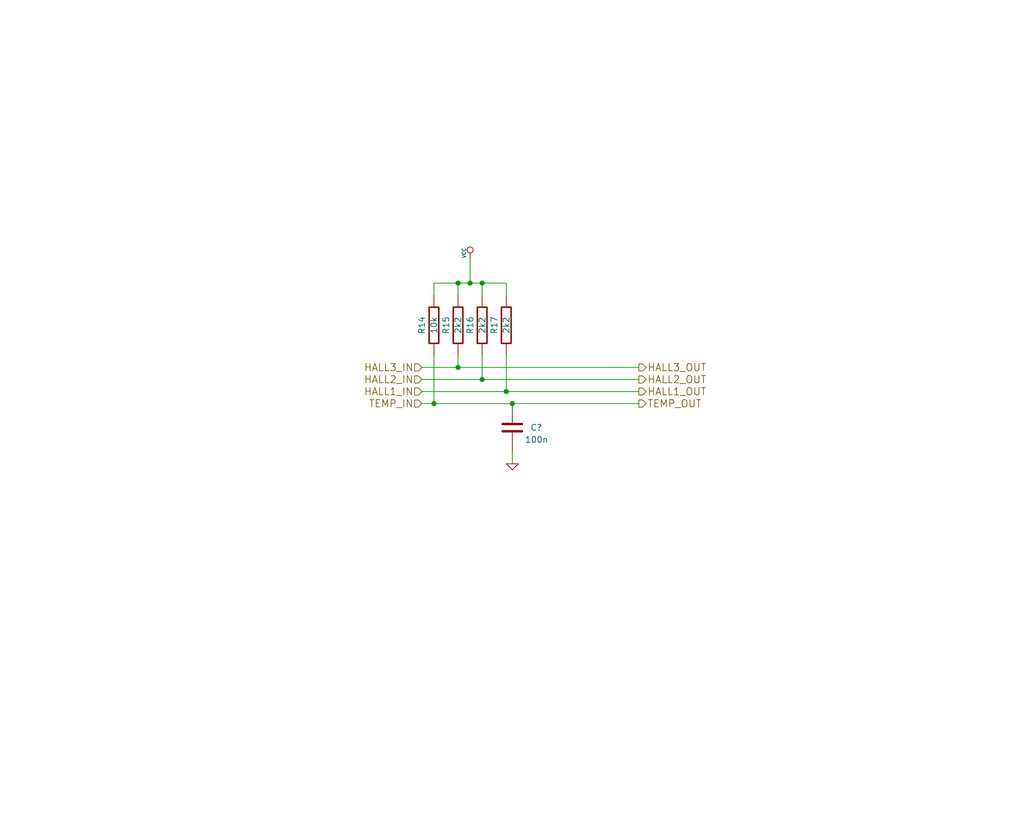
<source format=kicad_sch>
(kicad_sch (version 20250114) (generator "eeschema") (generator_version "9.0")
  (paper "User" 215.798 175.412)
  (title_block (title "Cheap FOCer 2") (date "2020-04-08") (rev "0.9") (company "Shaman Systems") (comment 1 "Root") (comment 4 "Top level"))
  (lib_symbols
    (symbol "BLDC_4-rescue:C-RESCUE-BLDC_4" (pin_numbers (hide yes)) (pin_names (offset 0.254))
      (property "Reference" "C" (at 0 2.54 0))
      (property "Value" "BLDC_4-rescue_C-RESCUE-BLDC_4" (at 0.1524 -2.159 0))
      (symbol "C-RESCUE-BLDC_4_0_1"
        (polyline (pts (xy -2.032 0.762) (xy 2.032 0.762)) (stroke (width 0.508)))
        (polyline (pts (xy -2.032 -0.762) (xy 2.032 -0.762)) (stroke (width 0.508)))
      )
      (symbol "C-RESCUE-BLDC_4_1_1"
        (pin passive line (at 0 5.08 270) (length 4.318) (name "~") (number "1"))
        (pin passive line (at 0 -5.08 90) (length 4.318) (name "~") (number "2"))
      )
    )
    (symbol "BLDC_4-rescue:GND-RESCUE-BLDC_4" (power) (pin_names (offset 0))
      (symbol "GND-RESCUE-BLDC_4_0_1"
        (polyline (pts (xy -1.27 0) (xy 0 -1.27) (xy 1.27 0) (xy -1.27 0)))
      )
      (symbol "GND-RESCUE-BLDC_4_1_1"
        (pin power_in line (at 0 0 90) (length 0) (hide yes) (name "GND") (number "1"))
      )
    )
    (symbol "BLDC_4-rescue:R-RESCUE-BLDC_4" (pin_numbers (hide yes)) (pin_names (offset 0))
      (property "Reference" "R" (at 2.032 0 90))
      (property "Value" "BLDC_4-rescue_R-RESCUE-BLDC_4" (at 0.1778 0.0254 90))
      (symbol "R-RESCUE-BLDC_4_0_1"
        (rectangle (start -1.016 3.81) (end 1.016 -3.81) (stroke (width 0.3048)))
      )
      (symbol "R-RESCUE-BLDC_4_1_1"
        (pin passive line (at 0 6.35 270) (length 2.54) (name "~") (number "1"))
        (pin passive line (at 0 -6.35 90) (length 2.54) (name "~") (number "2"))
      )
    )
    (symbol "BLDC_4-rescue:VCC" (power) (pin_names (offset 0))
      (property "Value" "BLDC_4-rescue_VCC" (at 0 3.81 0))
      (symbol "VCC_0_1"
        (circle (center 0 1.905) (radius 0.635))
        (polyline (pts (xy 0 0) (xy 0 1.27)))
      )
      (symbol "VCC_1_1"
        (pin power_in line (at 0 0 90) (length 0) (hide yes) (name "VCC") (number "1"))
      )
    )
  )
  (junction (at 99.06 59.69))
  (junction (at 96.52 59.69))
  (junction (at 101.6 59.69))
  (junction (at 91.44 85.09))
  (junction (at 107.95 85.09))
  (junction (at 106.68 82.55))
  (junction (at 101.6 80.01))
  (junction (at 96.52 77.47))
  (wire (pts (xy 96.52 59.69) (xy 99.06 59.69)))
  (wire (pts (xy 101.6 59.69) (xy 106.68 59.69)))
  (wire (pts (xy 106.68 74.93) (xy 106.68 82.55)))
  (wire (pts (xy 101.6 59.69) (xy 101.6 62.23)))
  (wire (pts (xy 107.95 95.25) (xy 107.95 97.79)))
  (wire (pts (xy 91.44 59.69) (xy 91.44 62.23)))
  (wire (pts (xy 96.52 62.23) (xy 96.52 59.69)))
  (wire (pts (xy 91.44 74.93) (xy 91.44 85.09)))
  (wire (pts (xy 96.52 77.47) (xy 134.62 77.47)))
  (wire (pts (xy 101.6 74.93) (xy 101.6 80.01)))
  (wire (pts (xy 88.9 82.55) (xy 106.68 82.55)))
  (wire (pts (xy 88.9 77.47) (xy 96.52 77.47)))
  (wire (pts (xy 99.06 54.61) (xy 99.06 59.69)))
  (wire (pts (xy 106.68 59.69) (xy 106.68 62.23)))
  (wire (pts (xy 99.06 59.69) (xy 101.6 59.69)))
  (wire (pts (xy 107.95 85.09) (xy 134.62 85.09)))
  (wire (pts (xy 88.9 80.01) (xy 101.6 80.01)))
  (wire (pts (xy 96.52 74.93) (xy 96.52 77.47)))
  (wire (pts (xy 91.44 85.09) (xy 107.95 85.09)))
  (wire (pts (xy 106.68 82.55) (xy 134.62 82.55)))
  (wire (pts (xy 101.6 80.01) (xy 134.62 80.01)))
  (wire (pts (xy 88.9 85.09) (xy 91.44 85.09)))
  (wire (pts (xy 91.44 59.69) (xy 96.52 59.69)))
  (hierarchical_label "HALL3_OUT" (shape output) (at 134.62 77.47 0) (effects (font (size 1.524 1.524))))
  (hierarchical_label "HALL1_IN" (shape input) (at 88.9 82.55 180) (effects (font (size 1.524 1.524))))
  (hierarchical_label "TEMP_OUT" (shape output) (at 134.62 85.09 0) (effects (font (size 1.524 1.524))))
  (hierarchical_label "HALL3_IN" (shape input) (at 88.9 77.47 180) (effects (font (size 1.524 1.524))))
  (hierarchical_label "HALL2_IN" (shape input) (at 88.9 80.01 180) (effects (font (size 1.524 1.524))))
  (hierarchical_label "HALL2_OUT" (shape output) (at 134.62 80.01 0) (effects (font (size 1.524 1.524))))
  (hierarchical_label "TEMP_IN" (shape input) (at 88.9 85.09 180) (effects (font (size 1.524 1.524))))
  (hierarchical_label "HALL1_OUT" (shape output) (at 134.62 82.55 0) (effects (font (size 1.524 1.524))))
  (symbol (lib_id "BLDC_4-rescue:R-RESCUE-BLDC_4") (at 91.44 68.58 180) (unit 1)
    (property "Reference" "R14" (at 88.9 68.58 90))
    (property "Value" "10k" (at 91.44 68.58 90))
    (property "Footprint" "Resistor_SMD:R_0603_1608Metric" (effects (hide yes)))
  )
  (symbol (lib_id "BLDC_4-rescue:R-RESCUE-BLDC_4") (at 96.52 68.58 180) (unit 1)
    (property "Reference" "R15" (at 93.98 68.58 90))
    (property "Value" "2k2" (at 96.52 68.58 90))
    (property "Footprint" "Resistor_SMD:R_0603_1608Metric" (effects (hide yes)))
  )
  (symbol (lib_id "BLDC_4-rescue:R-RESCUE-BLDC_4") (at 101.6 68.58 180) (unit 1)
    (property "Reference" "R16" (at 99.06 68.58 90))
    (property "Value" "2k2" (at 101.6 68.58 90))
    (property "Footprint" "Resistor_SMD:R_0603_1608Metric" (effects (hide yes)))
  )
  (symbol (lib_id "BLDC_4-rescue:R-RESCUE-BLDC_4") (at 106.68 68.58 180) (unit 1)
    (property "Reference" "R17" (at 104.14 68.58 90))
    (property "Value" "2k2" (at 106.68 68.58 90))
    (property "Footprint" "Resistor_SMD:R_0603_1608Metric" (effects (hide yes)))
  )
  (symbol (lib_id "BLDC_4-rescue:VCC") (at 99.06 54.61 0) (unit 1)
    (property "Reference" "#PWR023" (effects (hide yes)))
    (property "Value" "VCC" (at 97.79 53.34 90) (effects (font (size 0.762 0.762))))
  )
  (symbol (lib_id "BLDC_4-rescue:C-RESCUE-BLDC_4") (at 107.95 90.17 180) (unit 1)
    (property "Reference" "C6" (at 114.3 90.17 0) (effects (justify left)))
    (property "Value" "100n" (at 115.57 92.71 0) (effects (justify left)))
    (property "Footprint" "Capacitor_SMD:C_0603_1608Metric" (effects (hide yes)))
    (instances (project "" (path "" (reference "C?") (unit 1)) (path "" (reference "C6") (unit 1))))
  )
  (symbol (lib_id "BLDC_4-rescue:GND-RESCUE-BLDC_4") (at 107.95 97.79 0) (unit 1)
    (property "Reference" "#PWR024" (effects (hide yes)))
    (property "Value" "GND" (effects (hide yes)))
    (instances (project "" (path "" (reference "#PWR?") (unit 1)) (path "" (reference "#PWR024") (unit 1))))
  )
)
</source>
